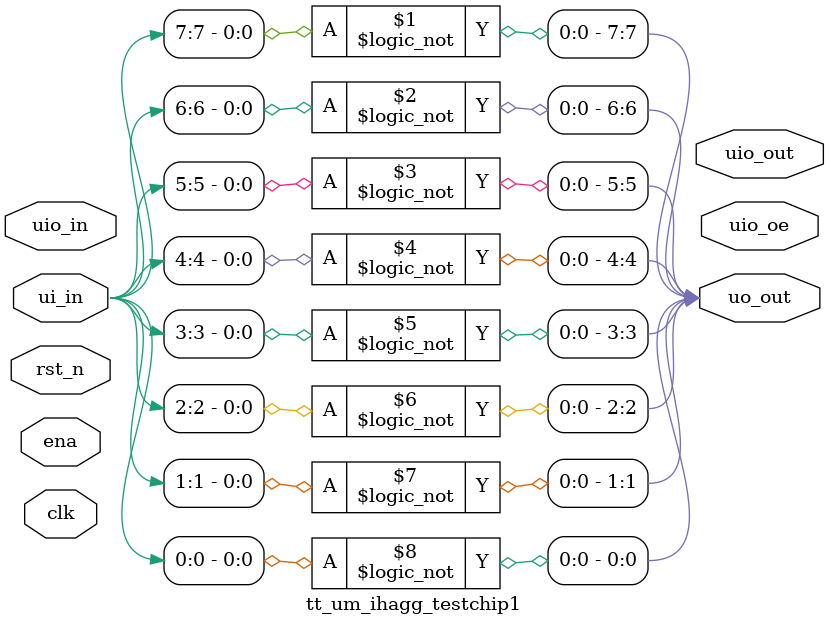
<source format=v>
`default_nettype none

module tt_um_ihagg_testchip1 (
    input  wire [7:0] ui_in,    // Dedicated inputs - connected to the input switches
    output wire [7:0] uo_out,   // Dedicated outputs - connected to the 7 segment display
    input  wire [7:0] uio_in,   // IOs: Bidirectional Input path
    output wire [7:0] uio_out,  // IOs: Bidirectional Output path
    output wire [7:0] uio_oe,   // IOs: Bidirectional Enable path (active high: 0=input, 1=output)
    input  wire       ena,      // will go high when the design is enabled
    input  wire       clk,      // clock
    input  wire       rst_n     // reset_n - low to reset
);

    // output pins
    assign uo_out[7] = !ui_in[7];
    assign uo_out[6] = !ui_in[6];
    assign uo_out[5] = !ui_in[5];
    assign uo_out[4] = !ui_in[4];
    assign uo_out[3] = !ui_in[3];
    assign uo_out[2] = !ui_in[2];
    assign uo_out[1] = !ui_in[1];
    assign uo_out[0] = !ui_in[0];

endmodule

</source>
